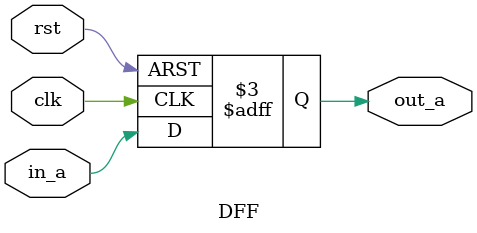
<source format=v>
module CMB_NR_TLIO (in_a, in_b, clk, rst, out_a, out_b);
   input in_a, in_b, clk, rst;
   output reg out_a, out_b;
   DFF ff1(in_a, clk, rst, out_a);
   assign out_b = out_a & in_b;
endmodule
module DFF(in_a, clk, rst, out_a);
   input in_a, clk, rst;
   output reg out_a;
   always@(posedge clk or negedge rst)
   if(!rst)
   out_a = 0;
   else
   out_a = in_a;
endmodule


</source>
